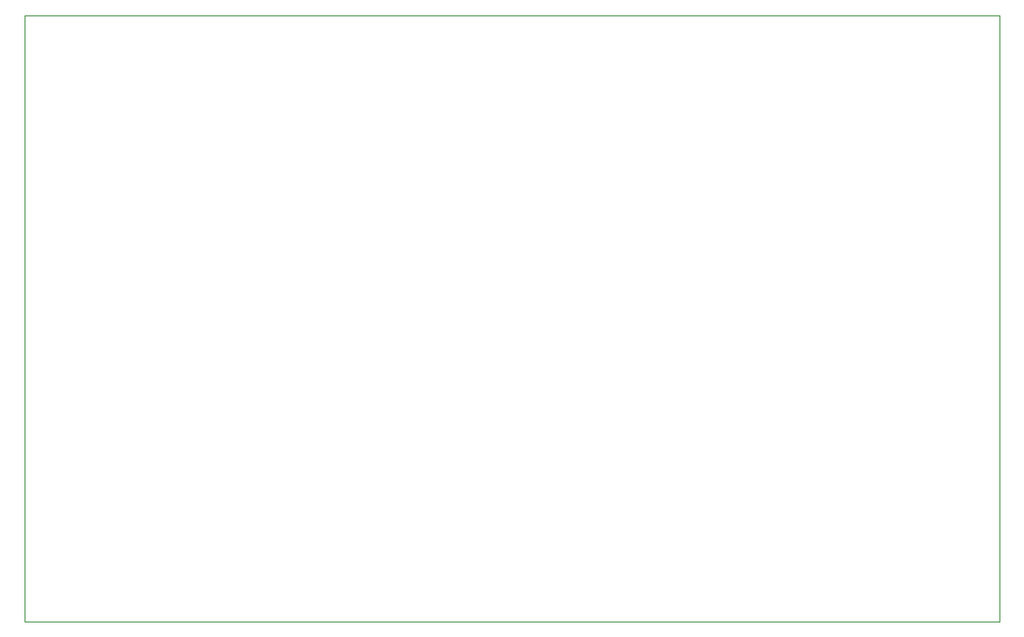
<source format=gbr>
G04 #@! TF.GenerationSoftware,KiCad,Pcbnew,(5.1.5)-3*
G04 #@! TF.CreationDate,2023-05-28T15:04:11-04:00*
G04 #@! TF.ProjectId,Controlador-temperatura,436f6e74-726f-46c6-9164-6f722d74656d,rev?*
G04 #@! TF.SameCoordinates,Original*
G04 #@! TF.FileFunction,Profile,NP*
%FSLAX46Y46*%
G04 Gerber Fmt 4.6, Leading zero omitted, Abs format (unit mm)*
G04 Created by KiCad (PCBNEW (5.1.5)-3) date 2023-05-28 15:04:11*
%MOMM*%
%LPD*%
G04 APERTURE LIST*
%ADD10C,0.100000*%
G04 APERTURE END LIST*
D10*
X125095000Y85725000D02*
X125095000Y29210000D01*
X34290000Y85725000D02*
X125095000Y85725000D01*
X34290000Y29210000D02*
X34290000Y85725000D01*
X125095000Y29210000D02*
X34290000Y29210000D01*
M02*

</source>
